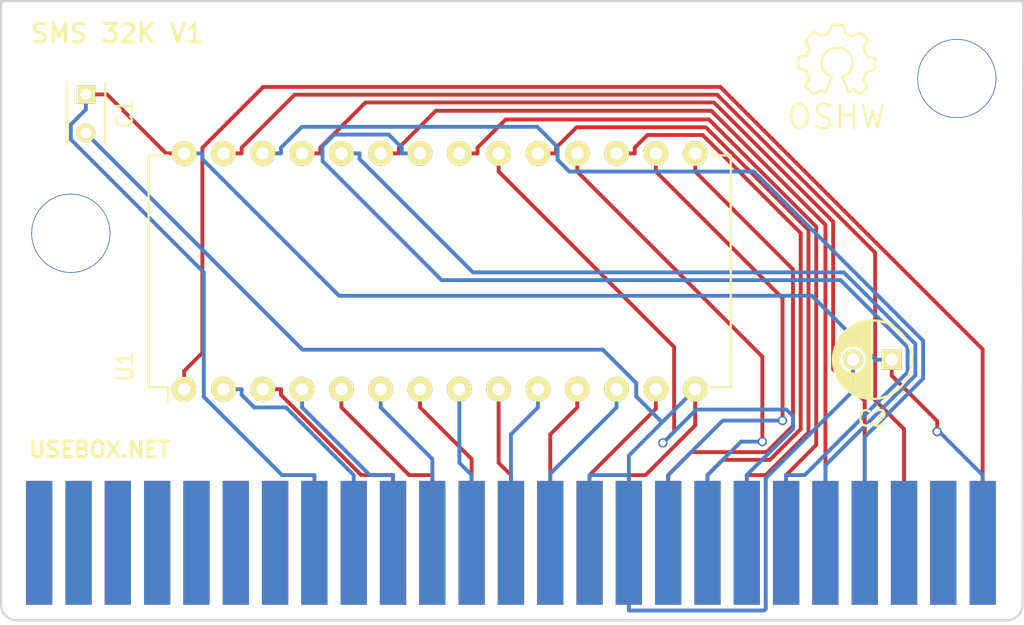
<source format=kicad_pcb>
(kicad_pcb (version 20171130) (host pcbnew "(5.1.12)-1")

  (general
    (thickness 1.6)
    (drawings 8)
    (tracks 210)
    (zones 0)
    (modules 7)
    (nets 29)
  )

  (page A4)
  (layers
    (0 F.Cu signal)
    (31 B.Cu signal)
    (32 B.Adhes user)
    (33 F.Adhes user hide)
    (34 B.Paste user)
    (35 F.Paste user)
    (36 B.SilkS user)
    (37 F.SilkS user)
    (38 B.Mask user)
    (39 F.Mask user)
    (40 Dwgs.User user)
    (41 Cmts.User user)
    (42 Eco1.User user)
    (43 Eco2.User user)
    (44 Edge.Cuts user)
    (45 Margin user)
    (46 B.CrtYd user)
    (47 F.CrtYd user)
    (48 B.Fab user)
    (49 F.Fab user)
  )

  (setup
    (last_trace_width 0.25)
    (trace_clearance 0.25)
    (zone_clearance 0.508)
    (zone_45_only yes)
    (trace_min 0.2)
    (via_size 0.6)
    (via_drill 0.4)
    (via_min_size 0.4)
    (via_min_drill 0.3)
    (uvia_size 0.3)
    (uvia_drill 0.1)
    (uvias_allowed no)
    (uvia_min_size 0.2)
    (uvia_min_drill 0.1)
    (edge_width 0.15)
    (segment_width 0.2)
    (pcb_text_width 0.3)
    (pcb_text_size 1.5 1.5)
    (mod_edge_width 0.15)
    (mod_text_size 1 1)
    (mod_text_width 0.15)
    (pad_size 1.69926 8.001)
    (pad_drill 0)
    (pad_to_mask_clearance 0.2)
    (aux_axis_origin 0 0)
    (visible_elements 7FFFFFFF)
    (pcbplotparams
      (layerselection 0x00030_80000001)
      (usegerberextensions false)
      (usegerberattributes true)
      (usegerberadvancedattributes true)
      (creategerberjobfile true)
      (excludeedgelayer true)
      (linewidth 0.100000)
      (plotframeref false)
      (viasonmask false)
      (mode 1)
      (useauxorigin false)
      (hpglpennumber 1)
      (hpglpenspeed 20)
      (hpglpendiameter 15.000000)
      (psnegative false)
      (psa4output false)
      (plotreference true)
      (plotvalue true)
      (plotinvisibletext false)
      (padsonsilk false)
      (subtractmaskfromsilk false)
      (outputformat 1)
      (mirror false)
      (drillshape 0)
      (scaleselection 1)
      (outputdirectory ""))
  )

  (net 0 "")
  (net 1 VCC)
  (net 2 GND)
  (net 3 /a14)
  (net 4 /a13)
  (net 5 /a8)
  (net 6 /a9)
  (net 7 /a11)
  (net 8 OE)
  (net 9 /a10)
  (net 10 CE)
  (net 11 /d7)
  (net 12 /d6)
  (net 13 /d5)
  (net 14 /d4)
  (net 15 /d3)
  (net 16 /d2)
  (net 17 /d1)
  (net 18 /d0)
  (net 19 /a0)
  (net 20 /a1)
  (net 21 /a2)
  (net 22 /a3)
  (net 23 /a4)
  (net 24 /a5)
  (net 25 /a6)
  (net 26 /a7)
  (net 27 /a12)
  (net 28 /a15)

  (net_class Default "This is the default net class."
    (clearance 0.25)
    (trace_width 0.25)
    (via_dia 0.6)
    (via_drill 0.4)
    (uvia_dia 0.3)
    (uvia_drill 0.1)
    (add_net /a0)
    (add_net /a1)
    (add_net /a10)
    (add_net /a11)
    (add_net /a12)
    (add_net /a13)
    (add_net /a14)
    (add_net /a15)
    (add_net /a2)
    (add_net /a3)
    (add_net /a4)
    (add_net /a5)
    (add_net /a6)
    (add_net /a7)
    (add_net /a8)
    (add_net /a9)
    (add_net /d0)
    (add_net /d1)
    (add_net /d2)
    (add_net /d3)
    (add_net /d4)
    (add_net /d5)
    (add_net /d6)
    (add_net /d7)
    (add_net CE)
    (add_net GND)
    (add_net OE)
    (add_net VCC)
  )

  (module Connect:1pin (layer F.Cu) (tedit 578BA29C) (tstamp 57906BAA)
    (at 173.75 72)
    (descr "module 1 pin (ou trou mecanique de percage)")
    (tags DEV)
    (fp_text reference SCREW1 (at 0 -3.048) (layer F.SilkS) hide
      (effects (font (size 1 1) (thickness 0.15)))
    )
    (fp_text value 1pin (at 0 2.794) (layer F.Fab)
      (effects (font (size 1 1) (thickness 0.15)))
    )
    (fp_circle (center 0 0) (end 0 -2.286) (layer F.SilkS) (width 0.15))
    (pad "" np_thru_hole circle (at 0 0) (size 5.1 5.1) (drill 5) (layers *.Cu))
  )

  (module Capacitors_ThroughHole:C_Rect_L4_W2.5_P2.5 (layer F.Cu) (tedit 578BCC00) (tstamp 578B68CE)
    (at 117.475 73.025 270)
    (descr "Film Capacitor Length 4mm x Width 2.5mm, Pitch 2.5mm")
    (tags Capacitor)
    (path /574C0DC2)
    (fp_text reference C1 (at 1.25 -2.5 270) (layer F.SilkS)
      (effects (font (size 1 1) (thickness 0.15)))
    )
    (fp_text value 100nF (at 1.25 2.5 270) (layer F.Fab)
      (effects (font (size 1 1) (thickness 0.15)))
    )
    (fp_line (start -0.75 1.25) (end 3.25 1.25) (layer F.SilkS) (width 0.15))
    (fp_line (start -0.75 -1.25) (end 3.25 -1.25) (layer F.SilkS) (width 0.15))
    (fp_line (start -1 1.5) (end -1 -1.5) (layer F.CrtYd) (width 0.05))
    (fp_line (start 3.5 1.5) (end -1 1.5) (layer F.CrtYd) (width 0.05))
    (fp_line (start 3.5 -1.5) (end 3.5 1.5) (layer F.CrtYd) (width 0.05))
    (fp_line (start -1 -1.5) (end 3.5 -1.5) (layer F.CrtYd) (width 0.05))
    (pad 1 thru_hole rect (at 0 0 270) (size 1.2 1.2) (drill 0.7) (layers *.Cu *.Mask F.SilkS)
      (net 1 VCC))
    (pad 2 thru_hole circle (at 2.5 0 270) (size 1.2 1.2) (drill 0.7) (layers *.Cu *.Mask F.SilkS)
      (net 2 GND))
  )

  (module Capacitors_ThroughHole:C_Radial_D5_L6_P2.5 (layer F.Cu) (tedit 0) (tstamp 578B68D4)
    (at 169.545 90.17 180)
    (descr "Radial Electrolytic Capacitor Diameter 5mm x Length 6mm, Pitch 2.5mm")
    (tags "Electrolytic Capacitor")
    (path /574C1047)
    (fp_text reference C2 (at 1.25 -3.8 180) (layer F.SilkS)
      (effects (font (size 1 1) (thickness 0.15)))
    )
    (fp_text value 4.7uF (at 1.25 3.8 180) (layer F.Fab)
      (effects (font (size 1 1) (thickness 0.15)))
    )
    (fp_circle (center 1.25 0) (end 1.25 -2.8) (layer F.CrtYd) (width 0.05))
    (fp_circle (center 1.25 0) (end 1.25 -2.5375) (layer F.SilkS) (width 0.15))
    (fp_circle (center 2.5 0) (end 2.5 -0.9) (layer F.SilkS) (width 0.15))
    (fp_line (start 3.705 -0.472) (end 3.705 0.472) (layer F.SilkS) (width 0.15))
    (fp_line (start 3.565 -0.944) (end 3.565 0.944) (layer F.SilkS) (width 0.15))
    (fp_line (start 3.425 -1.233) (end 3.425 1.233) (layer F.SilkS) (width 0.15))
    (fp_line (start 3.285 0.44) (end 3.285 1.452) (layer F.SilkS) (width 0.15))
    (fp_line (start 3.285 -1.452) (end 3.285 -0.44) (layer F.SilkS) (width 0.15))
    (fp_line (start 3.145 0.628) (end 3.145 1.631) (layer F.SilkS) (width 0.15))
    (fp_line (start 3.145 -1.631) (end 3.145 -0.628) (layer F.SilkS) (width 0.15))
    (fp_line (start 3.005 0.745) (end 3.005 1.78) (layer F.SilkS) (width 0.15))
    (fp_line (start 3.005 -1.78) (end 3.005 -0.745) (layer F.SilkS) (width 0.15))
    (fp_line (start 2.865 0.823) (end 2.865 1.908) (layer F.SilkS) (width 0.15))
    (fp_line (start 2.865 -1.908) (end 2.865 -0.823) (layer F.SilkS) (width 0.15))
    (fp_line (start 2.725 0.871) (end 2.725 2.019) (layer F.SilkS) (width 0.15))
    (fp_line (start 2.725 -2.019) (end 2.725 -0.871) (layer F.SilkS) (width 0.15))
    (fp_line (start 2.585 0.896) (end 2.585 2.114) (layer F.SilkS) (width 0.15))
    (fp_line (start 2.585 -2.114) (end 2.585 -0.896) (layer F.SilkS) (width 0.15))
    (fp_line (start 2.445 0.898) (end 2.445 2.196) (layer F.SilkS) (width 0.15))
    (fp_line (start 2.445 -2.196) (end 2.445 -0.898) (layer F.SilkS) (width 0.15))
    (fp_line (start 2.305 0.879) (end 2.305 2.266) (layer F.SilkS) (width 0.15))
    (fp_line (start 2.305 -2.266) (end 2.305 -0.879) (layer F.SilkS) (width 0.15))
    (fp_line (start 2.165 0.835) (end 2.165 2.327) (layer F.SilkS) (width 0.15))
    (fp_line (start 2.165 -2.327) (end 2.165 -0.835) (layer F.SilkS) (width 0.15))
    (fp_line (start 2.025 0.764) (end 2.025 2.377) (layer F.SilkS) (width 0.15))
    (fp_line (start 2.025 -2.377) (end 2.025 -0.764) (layer F.SilkS) (width 0.15))
    (fp_line (start 1.885 0.657) (end 1.885 2.418) (layer F.SilkS) (width 0.15))
    (fp_line (start 1.885 -2.418) (end 1.885 -0.657) (layer F.SilkS) (width 0.15))
    (fp_line (start 1.745 0.49) (end 1.745 2.451) (layer F.SilkS) (width 0.15))
    (fp_line (start 1.745 -2.451) (end 1.745 -0.49) (layer F.SilkS) (width 0.15))
    (fp_line (start 1.605 0.095) (end 1.605 2.475) (layer F.SilkS) (width 0.15))
    (fp_line (start 1.605 -2.475) (end 1.605 -0.095) (layer F.SilkS) (width 0.15))
    (fp_line (start 1.465 -2.491) (end 1.465 2.491) (layer F.SilkS) (width 0.15))
    (fp_line (start 1.325 -2.499) (end 1.325 2.499) (layer F.SilkS) (width 0.15))
    (pad 1 thru_hole rect (at 0 0 180) (size 1.3 1.3) (drill 0.8) (layers *.Cu *.Mask F.SilkS)
      (net 1 VCC))
    (pad 2 thru_hole circle (at 2.5 0 180) (size 1.3 1.3) (drill 0.8) (layers *.Cu *.Mask F.SilkS)
      (net 2 GND))
    (model Capacitors_ThroughHole.3dshapes/C_Radial_D5_L6_P2.5.wrl
      (offset (xyz 1.250000021226883 0 0))
      (scale (xyz 1 1 1))
      (rotate (xyz 0 0 90))
    )
  )

  (module edge_connector_25x2:CONN1 (layer F.Cu) (tedit 578BE13A) (tstamp 578B690A)
    (at 144.94 107.08)
    (path /57195A54)
    (fp_text reference P1 (at 0 2.54) (layer F.SilkS) hide
      (effects (font (size 1.524 1.524) (thickness 0.3048)))
    )
    (fp_text value CONN_SMS (at 0 5.08) (layer F.SilkS) hide
      (effects (font (size 1.524 1.524) (thickness 0.3048)))
    )
    (fp_text user 50 (at -30.48 -11.43) (layer F.SilkS) hide
      (effects (font (size 1.2 1.2) (thickness 0.2)))
    )
    (fp_text user 1 (at 30.48 -11.43) (layer F.SilkS) hide
      (effects (font (size 1.2 1.2) (thickness 0.2)))
    )
    (pad 1 connect rect (at 30.48 -5.08) (size 1.69926 8.001) (layers B.Cu B.Mask)
      (net 1 VCC))
    (pad 2 connect rect (at 30.48 -5.08) (size 1.69926 8.001) (layers F.Cu F.Mask)
      (net 28 /a15))
    (pad 3 connect rect (at 27.94 -5.08) (size 1.69926 8.001) (layers B.Cu B.Mask))
    (pad 4 connect rect (at 27.94 -5.08) (size 1.69926 8.001) (layers F.Cu F.Mask))
    (pad 5 connect rect (at 25.4 -5.08) (size 1.69926 8.001) (layers B.Cu B.Mask))
    (pad 6 connect rect (at 25.4 -5.08) (size 1.69926 8.001) (layers F.Cu F.Mask)
      (net 3 /a14))
    (pad 7 connect rect (at 22.86 -5.08) (size 1.69926 8.001) (layers B.Cu B.Mask)
      (net 4 /a13))
    (pad 8 connect rect (at 22.86 -5.08) (size 1.69926 8.001) (layers F.Cu F.Mask)
      (net 5 /a8))
    (pad 9 connect rect (at 20.32 -5.08) (size 1.69926 8.001) (layers B.Cu B.Mask)
      (net 6 /a9))
    (pad 10 connect rect (at 20.32 -5.08) (size 1.69926 8.001) (layers F.Cu F.Mask)
      (net 7 /a11))
    (pad 11 connect rect (at 17.78 -5.08) (size 1.69926 8.001) (layers B.Cu B.Mask)
      (net 8 OE))
    (pad 12 connect rect (at 17.78 -5.08) (size 1.69926 8.001) (layers F.Cu F.Mask)
      (net 9 /a10))
    (pad 13 connect rect (at 15.24 -5.08) (size 1.69926 8.001) (layers B.Cu B.Mask)
      (net 10 CE))
    (pad 14 connect rect (at 15.24 -5.08) (size 1.69926 8.001) (layers F.Cu F.Mask)
      (net 11 /d7))
    (pad 15 connect rect (at 12.7 -5.08) (size 1.69926 8.001) (layers B.Cu B.Mask)
      (net 12 /d6))
    (pad 16 connect rect (at 12.7 -5.08) (size 1.69926 8.001) (layers F.Cu F.Mask)
      (net 13 /d5))
    (pad 17 connect rect (at 10.16 -5.08) (size 1.69926 8.001) (layers B.Cu B.Mask)
      (net 14 /d4))
    (pad 18 connect rect (at 10.16 -5.08) (size 1.69926 8.001) (layers F.Cu F.Mask)
      (net 15 /d3))
    (pad 19 connect rect (at 7.62 -5.08) (size 1.69926 8.001) (layers B.Cu B.Mask)
      (net 2 GND))
    (pad 20 connect rect (at 7.62 -5.08) (size 1.69926 8.001) (layers F.Cu F.Mask)
      (net 2 GND))
    (pad 21 connect rect (at 5.08 -5.08) (size 1.69926 8.001) (layers B.Cu B.Mask)
      (net 2 GND))
    (pad 22 connect rect (at 5.08 -5.08) (size 1.69926 8.001) (layers F.Cu F.Mask)
      (net 16 /d2))
    (pad 23 connect rect (at 2.54 -5.08) (size 1.69926 8.001) (layers B.Cu B.Mask)
      (net 17 /d1))
    (pad 24 connect rect (at 2.54 -5.08) (size 1.69926 8.001) (layers F.Cu F.Mask)
      (net 18 /d0))
    (pad 25 connect rect (at 0 -5.08) (size 1.69926 8.001) (layers B.Cu B.Mask)
      (net 19 /a0))
    (pad 26 connect rect (at 0 -5.08) (size 1.69926 8.001) (layers F.Cu F.Mask)
      (net 20 /a1))
    (pad 27 connect rect (at -2.54 -5.08) (size 1.69926 8.001) (layers B.Cu B.Mask)
      (net 21 /a2))
    (pad 28 connect rect (at -2.54 -5.08) (size 1.69926 8.001) (layers F.Cu F.Mask)
      (net 22 /a3))
    (pad 29 connect rect (at -5.08 -5.08) (size 1.69926 8.001) (layers B.Cu B.Mask)
      (net 23 /a4))
    (pad 30 connect rect (at -5.08 -5.08) (size 1.69926 8.001) (layers F.Cu F.Mask)
      (net 24 /a5))
    (pad 31 connect rect (at -7.62 -5.08) (size 1.69926 8.001) (layers B.Cu B.Mask)
      (net 25 /a6))
    (pad 32 connect rect (at -7.62 -5.08) (size 1.69926 8.001) (layers F.Cu F.Mask)
      (net 26 /a7))
    (pad 33 connect rect (at -10.16 -5.08) (size 1.69926 8.001) (layers B.Cu B.Mask)
      (net 27 /a12))
    (pad 34 connect rect (at -10.16 -5.08) (size 1.69926 8.001) (layers F.Cu F.Mask))
    (pad 35 connect rect (at -12.7 -5.08) (size 1.69926 8.001) (layers B.Cu B.Mask)
      (net 1 VCC))
    (pad 36 connect rect (at -12.7 -5.08) (size 1.69926 8.001) (layers F.Cu F.Mask))
    (pad 37 connect rect (at -15.24 -5.08) (size 1.69926 8.001) (layers B.Cu B.Mask))
    (pad 38 connect rect (at -15.24 -5.08) (size 1.69926 8.001) (layers F.Cu F.Mask))
    (pad 39 connect rect (at -17.78 -5.08) (size 1.69926 8.001) (layers B.Cu B.Mask))
    (pad 40 connect rect (at -17.78 -5.08) (size 1.69926 8.001) (layers F.Cu F.Mask))
    (pad 41 connect rect (at -20.32 -5.08) (size 1.69926 8.001) (layers B.Cu B.Mask))
    (pad 42 connect rect (at -20.32 -5.08) (size 1.69926 8.001) (layers F.Cu F.Mask))
    (pad 43 connect rect (at -22.86 -5.08) (size 1.69926 8.001) (layers B.Cu B.Mask))
    (pad 44 connect rect (at -22.86 -5.08) (size 1.69926 8.001) (layers F.Cu F.Mask))
    (pad 45 connect rect (at -25.4 -5.08) (size 1.69926 8.001) (layers B.Cu B.Mask))
    (pad 46 connect rect (at -25.4 -5.08) (size 1.69926 8.001) (layers F.Cu F.Mask))
    (pad 47 connect rect (at -27.94 -5.08) (size 1.69926 8.001) (layers B.Cu B.Mask))
    (pad 48 connect rect (at -27.94 -5.08) (size 1.69926 8.001) (layers F.Cu F.Mask))
    (pad 49 connect rect (at -30.48 -5.08) (size 1.69926 8.001) (layers B.Cu B.Mask))
    (pad 50 connect rect (at -30.48 -5.08) (size 1.69926 8.001) (layers F.Cu F.Mask))
  )

  (module Housings_DIP:DIP-28_W15.24mm (layer F.Cu) (tedit 54130A77) (tstamp 578B692A)
    (at 123.825 92.075 90)
    (descr "28-lead dip package, row spacing 15.24 mm (600 mils)")
    (tags "dil dip 2.54 600")
    (path /578B5E77)
    (fp_text reference U1 (at 1.465 -3.81 90) (layer F.SilkS)
      (effects (font (size 1 1) (thickness 0.15)))
    )
    (fp_text value 27C256 (at 7.18 16.51 180) (layer F.Fab)
      (effects (font (size 1 1) (thickness 0.15)))
    )
    (fp_line (start 0.135 -1.025) (end -0.8 -1.025) (layer F.SilkS) (width 0.15))
    (fp_line (start 0.135 35.315) (end 15.105 35.315) (layer F.SilkS) (width 0.15))
    (fp_line (start 0.135 -2.295) (end 15.105 -2.295) (layer F.SilkS) (width 0.15))
    (fp_line (start 0.135 35.315) (end 0.135 34.045) (layer F.SilkS) (width 0.15))
    (fp_line (start 15.105 35.315) (end 15.105 34.045) (layer F.SilkS) (width 0.15))
    (fp_line (start 15.105 -2.295) (end 15.105 -1.025) (layer F.SilkS) (width 0.15))
    (fp_line (start 0.135 -2.295) (end 0.135 -1.025) (layer F.SilkS) (width 0.15))
    (fp_line (start -1.05 35.5) (end 16.3 35.5) (layer F.CrtYd) (width 0.05))
    (fp_line (start -1.05 -2.45) (end 16.3 -2.45) (layer F.CrtYd) (width 0.05))
    (fp_line (start 16.3 -2.45) (end 16.3 35.5) (layer F.CrtYd) (width 0.05))
    (fp_line (start -1.05 -2.45) (end -1.05 35.5) (layer F.CrtYd) (width 0.05))
    (pad 1 thru_hole oval (at 0 0 90) (size 1.6 1.6) (drill 0.8) (layers *.Cu *.Mask F.SilkS)
      (net 28 /a15))
    (pad 2 thru_hole oval (at 0 2.54 90) (size 1.6 1.6) (drill 0.8) (layers *.Cu *.Mask F.SilkS)
      (net 27 /a12))
    (pad 3 thru_hole oval (at 0 5.08 90) (size 1.6 1.6) (drill 0.8) (layers *.Cu *.Mask F.SilkS)
      (net 26 /a7))
    (pad 4 thru_hole oval (at 0 7.62 90) (size 1.6 1.6) (drill 0.8) (layers *.Cu *.Mask F.SilkS)
      (net 25 /a6))
    (pad 5 thru_hole oval (at 0 10.16 90) (size 1.6 1.6) (drill 0.8) (layers *.Cu *.Mask F.SilkS)
      (net 24 /a5))
    (pad 6 thru_hole oval (at 0 12.7 90) (size 1.6 1.6) (drill 0.8) (layers *.Cu *.Mask F.SilkS)
      (net 23 /a4))
    (pad 7 thru_hole oval (at 0 15.24 90) (size 1.6 1.6) (drill 0.8) (layers *.Cu *.Mask F.SilkS)
      (net 22 /a3))
    (pad 8 thru_hole oval (at 0 17.78 90) (size 1.6 1.6) (drill 0.8) (layers *.Cu *.Mask F.SilkS)
      (net 21 /a2))
    (pad 9 thru_hole oval (at 0 20.32 90) (size 1.6 1.6) (drill 0.8) (layers *.Cu *.Mask F.SilkS)
      (net 20 /a1))
    (pad 10 thru_hole oval (at 0 22.86 90) (size 1.6 1.6) (drill 0.8) (layers *.Cu *.Mask F.SilkS)
      (net 19 /a0))
    (pad 11 thru_hole oval (at 0 25.4 90) (size 1.6 1.6) (drill 0.8) (layers *.Cu *.Mask F.SilkS)
      (net 18 /d0))
    (pad 12 thru_hole oval (at 0 27.94 90) (size 1.6 1.6) (drill 0.8) (layers *.Cu *.Mask F.SilkS)
      (net 17 /d1))
    (pad 13 thru_hole oval (at 0 30.48 90) (size 1.6 1.6) (drill 0.8) (layers *.Cu *.Mask F.SilkS)
      (net 16 /d2))
    (pad 14 thru_hole oval (at 0 33.02 90) (size 1.6 1.6) (drill 0.8) (layers *.Cu *.Mask F.SilkS)
      (net 2 GND))
    (pad 15 thru_hole oval (at 15.24 33.02 90) (size 1.6 1.6) (drill 0.8) (layers *.Cu *.Mask F.SilkS)
      (net 15 /d3))
    (pad 16 thru_hole oval (at 15.24 30.48 90) (size 1.6 1.6) (drill 0.8) (layers *.Cu *.Mask F.SilkS)
      (net 14 /d4))
    (pad 17 thru_hole oval (at 15.24 27.94 90) (size 1.6 1.6) (drill 0.8) (layers *.Cu *.Mask F.SilkS)
      (net 13 /d5))
    (pad 18 thru_hole oval (at 15.24 25.4 90) (size 1.6 1.6) (drill 0.8) (layers *.Cu *.Mask F.SilkS)
      (net 12 /d6))
    (pad 19 thru_hole oval (at 15.24 22.86 90) (size 1.6 1.6) (drill 0.8) (layers *.Cu *.Mask F.SilkS)
      (net 11 /d7))
    (pad 20 thru_hole oval (at 15.24 20.32 90) (size 1.6 1.6) (drill 0.8) (layers *.Cu *.Mask F.SilkS)
      (net 10 CE))
    (pad 21 thru_hole oval (at 15.24 17.78 90) (size 1.6 1.6) (drill 0.8) (layers *.Cu *.Mask F.SilkS)
      (net 9 /a10))
    (pad 22 thru_hole oval (at 15.24 15.24 90) (size 1.6 1.6) (drill 0.8) (layers *.Cu *.Mask F.SilkS)
      (net 8 OE))
    (pad 23 thru_hole oval (at 15.24 12.7 90) (size 1.6 1.6) (drill 0.8) (layers *.Cu *.Mask F.SilkS)
      (net 7 /a11))
    (pad 24 thru_hole oval (at 15.24 10.16 90) (size 1.6 1.6) (drill 0.8) (layers *.Cu *.Mask F.SilkS)
      (net 6 /a9))
    (pad 25 thru_hole oval (at 15.24 7.62 90) (size 1.6 1.6) (drill 0.8) (layers *.Cu *.Mask F.SilkS)
      (net 5 /a8))
    (pad 26 thru_hole oval (at 15.24 5.08 90) (size 1.6 1.6) (drill 0.8) (layers *.Cu *.Mask F.SilkS)
      (net 4 /a13))
    (pad 27 thru_hole oval (at 15.24 2.54 90) (size 1.6 1.6) (drill 0.8) (layers *.Cu *.Mask F.SilkS)
      (net 3 /a14))
    (pad 28 thru_hole oval (at 15.24 0 90) (size 1.6 1.6) (drill 0.8) (layers *.Cu *.Mask F.SilkS)
      (net 1 VCC))
    (model Housings_DIP.3dshapes/DIP-28_W15.24mm.wrl
      (at (xyz 0 0 0))
      (scale (xyz 1 1 1))
      (rotate (xyz 0 0 0))
    )
  )

  (module Connect:1pin (layer F.Cu) (tedit 578BA27C) (tstamp 57906B5B)
    (at 116.5 82)
    (descr "module 1 pin (ou trou mecanique de percage)")
    (tags DEV)
    (fp_text reference SCREW2 (at 0 -3.048) (layer F.SilkS) hide
      (effects (font (size 1 1) (thickness 0.15)))
    )
    (fp_text value 1pin (at 0 2.794) (layer F.Fab)
      (effects (font (size 1 1) (thickness 0.15)))
    )
    (fp_circle (center 0 0) (end 0 -2.286) (layer F.SilkS) (width 0.15))
    (pad "" np_thru_hole circle (at 0 0) (size 5.1 5.1) (drill 5) (layers *.Cu))
  )

  (module Symbols:Symbol_OSHW-Logo_SilkScreen (layer F.Cu) (tedit 578BA8D1) (tstamp 578EEE9E)
    (at 166 71)
    (descr "Symbol, OSHW-Logo, Silk Screen,")
    (tags "Symbol, OSHW-Logo, Silk Screen,")
    (fp_text reference OSHW1 (at 0.09906 -4.38912) (layer F.SilkS) hide
      (effects (font (size 1 1) (thickness 0.15)))
    )
    (fp_text value Symbol_OSHW-Logo_SilkScreen (at 0.30988 6.56082) (layer F.Fab) hide
      (effects (font (size 1 1) (thickness 0.15)))
    )
    (fp_line (start 0.35052 0.89916) (end 0.7493 1.89992) (layer F.SilkS) (width 0.15))
    (fp_line (start -0.35052 0.89916) (end -0.70104 1.89992) (layer F.SilkS) (width 0.15))
    (fp_line (start -0.70104 0.70104) (end -0.35052 0.89916) (layer F.SilkS) (width 0.15))
    (fp_line (start -0.94996 0.39878) (end -0.70104 0.70104) (layer F.SilkS) (width 0.15))
    (fp_line (start -1.00076 -0.09906) (end -0.94996 0.39878) (layer F.SilkS) (width 0.15))
    (fp_line (start -0.8509 -0.55118) (end -1.00076 -0.09906) (layer F.SilkS) (width 0.15))
    (fp_line (start -0.44958 -0.89916) (end -0.8509 -0.55118) (layer F.SilkS) (width 0.15))
    (fp_line (start -0.0508 -1.00076) (end -0.44958 -0.89916) (layer F.SilkS) (width 0.15))
    (fp_line (start 0.39878 -0.94996) (end -0.0508 -1.00076) (layer F.SilkS) (width 0.15))
    (fp_line (start 0.8509 -0.59944) (end 0.39878 -0.94996) (layer F.SilkS) (width 0.15))
    (fp_line (start 1.00076 -0.24892) (end 0.8509 -0.59944) (layer F.SilkS) (width 0.15))
    (fp_line (start 1.00076 0.14986) (end 1.00076 -0.24892) (layer F.SilkS) (width 0.15))
    (fp_line (start 0.8509 0.55118) (end 1.00076 0.14986) (layer F.SilkS) (width 0.15))
    (fp_line (start 0.65024 0.7493) (end 0.8509 0.55118) (layer F.SilkS) (width 0.15))
    (fp_line (start 0.35052 0.89916) (end 0.65024 0.7493) (layer F.SilkS) (width 0.15))
    (fp_line (start -1.9304 0.5207) (end -1.7907 0.91948) (layer F.SilkS) (width 0.15))
    (fp_line (start -2.4892 0.32004) (end -1.9304 0.5207) (layer F.SilkS) (width 0.15))
    (fp_line (start -2.47904 -0.381) (end -2.4892 0.32004) (layer F.SilkS) (width 0.15))
    (fp_line (start -1.9304 -0.48006) (end -2.47904 -0.381) (layer F.SilkS) (width 0.15))
    (fp_line (start -1.76022 -0.96012) (end -1.9304 -0.48006) (layer F.SilkS) (width 0.15))
    (fp_line (start -2.00914 -1.50114) (end -1.76022 -0.96012) (layer F.SilkS) (width 0.15))
    (fp_line (start -1.49098 -2.02946) (end -2.00914 -1.50114) (layer F.SilkS) (width 0.15))
    (fp_line (start -0.9398 -1.76022) (end -1.49098 -2.02946) (layer F.SilkS) (width 0.15))
    (fp_line (start -0.5207 -1.9304) (end -0.9398 -1.76022) (layer F.SilkS) (width 0.15))
    (fp_line (start -0.30988 -2.47904) (end -0.5207 -1.9304) (layer F.SilkS) (width 0.15))
    (fp_line (start 0.381 -2.46126) (end -0.30988 -2.47904) (layer F.SilkS) (width 0.15))
    (fp_line (start 0.55118 -1.92024) (end 0.381 -2.46126) (layer F.SilkS) (width 0.15))
    (fp_line (start 1.02108 -1.71958) (end 0.55118 -1.92024) (layer F.SilkS) (width 0.15))
    (fp_line (start 1.53924 -1.9812) (end 1.02108 -1.71958) (layer F.SilkS) (width 0.15))
    (fp_line (start 2.00914 -1.47066) (end 1.53924 -1.9812) (layer F.SilkS) (width 0.15))
    (fp_line (start 1.7399 -1.00076) (end 2.00914 -1.47066) (layer F.SilkS) (width 0.15))
    (fp_line (start 1.94056 -0.42926) (end 1.7399 -1.00076) (layer F.SilkS) (width 0.15))
    (fp_line (start 2.49936 -0.28956) (end 1.94056 -0.42926) (layer F.SilkS) (width 0.15))
    (fp_line (start 2.49936 0.39116) (end 2.49936 -0.28956) (layer F.SilkS) (width 0.15))
    (fp_line (start 1.88976 0.57912) (end 2.49936 0.39116) (layer F.SilkS) (width 0.15))
    (fp_line (start 1.69926 1.04902) (end 1.88976 0.57912) (layer F.SilkS) (width 0.15))
    (fp_line (start 1.9812 1.52908) (end 1.69926 1.04902) (layer F.SilkS) (width 0.15))
    (fp_line (start 1.50876 2.0193) (end 1.9812 1.52908) (layer F.SilkS) (width 0.15))
    (fp_line (start 1.06934 1.6891) (end 1.50876 2.0193) (layer F.SilkS) (width 0.15))
    (fp_line (start 0.73914 1.8796) (end 1.06934 1.6891) (layer F.SilkS) (width 0.15))
    (fp_line (start -0.98044 1.7399) (end -0.70104 1.89992) (layer F.SilkS) (width 0.15))
    (fp_line (start -1.50114 2.00914) (end -0.98044 1.7399) (layer F.SilkS) (width 0.15))
    (fp_line (start -2.03962 1.49098) (end -1.50114 2.00914) (layer F.SilkS) (width 0.15))
    (fp_line (start -1.78054 0.92964) (end -2.03962 1.49098) (layer F.SilkS) (width 0.15))
    (fp_line (start -2.03962 2.78892) (end -2.4003 2.65938) (layer F.SilkS) (width 0.15))
    (fp_line (start -1.9304 3.07086) (end -2.03962 2.78892) (layer F.SilkS) (width 0.15))
    (fp_line (start -1.8796 3.4798) (end -1.9304 3.07086) (layer F.SilkS) (width 0.15))
    (fp_line (start -1.95072 3.93954) (end -1.8796 3.4798) (layer F.SilkS) (width 0.15))
    (fp_line (start -2.16916 4.11988) (end -1.95072 3.93954) (layer F.SilkS) (width 0.15))
    (fp_line (start -2.47904 4.191) (end -2.16916 4.11988) (layer F.SilkS) (width 0.15))
    (fp_line (start -2.7305 4.06908) (end -2.47904 4.191) (layer F.SilkS) (width 0.15))
    (fp_line (start -2.93116 3.74904) (end -2.7305 4.06908) (layer F.SilkS) (width 0.15))
    (fp_line (start -2.9591 3.40106) (end -2.93116 3.74904) (layer F.SilkS) (width 0.15))
    (fp_line (start -2.8702 2.91084) (end -2.9591 3.40106) (layer F.SilkS) (width 0.15))
    (fp_line (start -2.6289 2.66954) (end -2.8702 2.91084) (layer F.SilkS) (width 0.15))
    (fp_line (start -2.37998 2.64922) (end -2.6289 2.66954) (layer F.SilkS) (width 0.15))
    (fp_line (start -0.9906 4.20878) (end -1.34112 4.09956) (layer F.SilkS) (width 0.15))
    (fp_line (start -0.67056 4.18084) (end -0.9906 4.20878) (layer F.SilkS) (width 0.15))
    (fp_line (start -0.43942 3.95986) (end -0.67056 4.18084) (layer F.SilkS) (width 0.15))
    (fp_line (start -0.48006 3.66014) (end -0.43942 3.95986) (layer F.SilkS) (width 0.15))
    (fp_line (start -0.6604 3.50012) (end -0.48006 3.66014) (layer F.SilkS) (width 0.15))
    (fp_line (start -1.04902 3.37058) (end -0.6604 3.50012) (layer F.SilkS) (width 0.15))
    (fp_line (start -1.29032 3.12928) (end -1.04902 3.37058) (layer F.SilkS) (width 0.15))
    (fp_line (start -1.25984 2.86004) (end -1.29032 3.12928) (layer F.SilkS) (width 0.15))
    (fp_line (start -1.02108 2.65938) (end -1.25984 2.86004) (layer F.SilkS) (width 0.15))
    (fp_line (start -0.70104 2.66954) (end -1.02108 2.65938) (layer F.SilkS) (width 0.15))
    (fp_line (start -0.35052 2.75082) (end -0.70104 2.66954) (layer F.SilkS) (width 0.15))
    (fp_line (start 0.20066 4.21894) (end 0.21082 4.20878) (layer F.SilkS) (width 0.15))
    (fp_line (start 0.20066 2.64922) (end 0.20066 4.21894) (layer F.SilkS) (width 0.15))
    (fp_line (start 1.08966 2.65938) (end 1.08966 4.20116) (layer F.SilkS) (width 0.15))
    (fp_line (start 1.04902 3.38074) (end 1.04902 3.37058) (layer F.SilkS) (width 0.15))
    (fp_line (start 1.03886 3.37058) (end 1.04902 3.38074) (layer F.SilkS) (width 0.15))
    (fp_line (start 0.24892 3.38074) (end 1.03886 3.37058) (layer F.SilkS) (width 0.15))
    (fp_line (start 2.61874 4.17068) (end 2.9591 2.72034) (layer F.SilkS) (width 0.15))
    (fp_line (start 2.30886 3.0988) (end 2.61874 4.17068) (layer F.SilkS) (width 0.15))
    (fp_line (start 2.02946 4.16052) (end 2.30886 3.0988) (layer F.SilkS) (width 0.15))
    (fp_line (start 1.66878 2.68986) (end 2.02946 4.16052) (layer F.SilkS) (width 0.15))
  )

  (gr_arc (start 177 106) (end 178 106) (angle 90) (layer Edge.Cuts) (width 0.15))
  (gr_arc (start 113 106) (end 113 107) (angle 90) (layer Edge.Cuts) (width 0.15))
  (gr_text USEBOX.NET (at 118.364 95.98) (layer F.SilkS)
    (effects (font (size 1 1) (thickness 0.2)))
  )
  (gr_text "SMS 32K V1" (at 113.792 69.088) (layer F.SilkS)
    (effects (font (size 1.2 1.2) (thickness 0.2)) (justify left))
  )
  (gr_line (start 113 107) (end 177 107) (layer Edge.Cuts) (width 0.15))
  (gr_line (start 178.04 67) (end 178 106) (angle 90) (layer Edge.Cuts) (width 0.15))
  (gr_line (start 112 67) (end 178.04 67) (angle 90) (layer Edge.Cuts) (width 0.15))
  (gr_line (start 112 106) (end 112 67) (angle 90) (layer Edge.Cuts) (width 0.15))

  (segment (start 169.545 90.17) (end 169.545 91.1953) (width 0.25) (layer F.Cu) (net 1))
  (segment (start 169.545 91.1953) (end 172.479 94.1297) (width 0.25) (layer F.Cu) (net 1))
  (segment (start 172.479 94.1297) (end 172.479 94.8159) (width 0.25) (layer F.Cu) (net 1))
  (segment (start 175.42 102) (end 175.42 97.6242) (width 0.25) (layer B.Cu) (net 1))
  (segment (start 175.42 97.6242) (end 172.612 94.8159) (width 0.25) (layer B.Cu) (net 1))
  (segment (start 172.612 94.8159) (end 172.479 94.8159) (width 0.25) (layer B.Cu) (net 1))
  (segment (start 123.825 76.835) (end 125 76.835) (width 0.25) (layer B.Cu) (net 1))
  (segment (start 125 76.835) (end 125 77.2023) (width 0.25) (layer B.Cu) (net 1))
  (segment (start 125 77.2023) (end 133.834 86.036) (width 0.25) (layer B.Cu) (net 1))
  (segment (start 133.834 86.036) (end 164.386 86.036) (width 0.25) (layer B.Cu) (net 1))
  (segment (start 164.386 86.036) (end 168.52 90.17) (width 0.25) (layer B.Cu) (net 1))
  (segment (start 168.52 90.17) (end 169.545 90.17) (width 0.25) (layer B.Cu) (net 1))
  (segment (start 117.475 73.025) (end 117.475 74.0003) (width 0.25) (layer B.Cu) (net 1))
  (segment (start 117.475 74.0003) (end 116.5 74.9756) (width 0.25) (layer B.Cu) (net 1))
  (segment (start 116.5 74.9756) (end 116.5 75.9292) (width 0.25) (layer B.Cu) (net 1))
  (segment (start 116.5 75.9292) (end 125.095 84.5245) (width 0.25) (layer B.Cu) (net 1))
  (segment (start 125.095 84.5245) (end 125.095 92.5697) (width 0.25) (layer B.Cu) (net 1))
  (segment (start 125.095 92.5697) (end 130.15 97.6242) (width 0.25) (layer B.Cu) (net 1))
  (segment (start 130.15 97.6242) (end 132.24 97.6242) (width 0.25) (layer B.Cu) (net 1))
  (segment (start 132.24 97.6242) (end 132.24 102) (width 0.25) (layer B.Cu) (net 1))
  (segment (start 123.825 76.835) (end 122.65 76.835) (width 0.25) (layer F.Cu) (net 1))
  (segment (start 122.65 76.835) (end 118.84 73.025) (width 0.25) (layer F.Cu) (net 1))
  (segment (start 118.84 73.025) (end 117.475 73.025) (width 0.25) (layer F.Cu) (net 1))
  (via (at 172.479 94.8159) (size 0.6) (layers F.Cu B.Cu) (net 1))
  (segment (start 154.706 94.214) (end 152.56 96.36) (width 0.25) (layer B.Cu) (net 2))
  (segment (start 152.56 96.36) (end 152.56 97.6244) (width 0.25) (layer B.Cu) (net 2))
  (segment (start 156.845 92.075) (end 154.706 94.214) (width 0.25) (layer B.Cu) (net 2))
  (segment (start 154.706 94.214) (end 153.035 92.543) (width 0.25) (layer B.Cu) (net 2))
  (segment (start 153.035 92.543) (end 153.035 91.6763) (width 0.25) (layer B.Cu) (net 2))
  (segment (start 153.035 91.6763) (end 150.8792 89.5205) (width 0.25) (layer B.Cu) (net 2))
  (segment (start 150.8792 89.5205) (end 131.4705 89.5205) (width 0.25) (layer B.Cu) (net 2))
  (segment (start 131.4705 89.5205) (end 117.475 75.525) (width 0.25) (layer B.Cu) (net 2))
  (segment (start 152.56 102) (end 152.56 106.3756) (width 0.25) (layer B.Cu) (net 2))
  (segment (start 152.56 106.3756) (end 161.2902 106.3756) (width 0.25) (layer B.Cu) (net 2))
  (segment (start 161.2902 106.3756) (end 161.4048 106.261) (width 0.25) (layer B.Cu) (net 2))
  (segment (start 161.4048 106.261) (end 161.4048 97.8234) (width 0.25) (layer B.Cu) (net 2))
  (segment (start 161.4048 97.8234) (end 167.045 92.1832) (width 0.25) (layer B.Cu) (net 2))
  (segment (start 167.045 92.1832) (end 167.045 90.17) (width 0.25) (layer B.Cu) (net 2))
  (segment (start 152.56 99.8122) (end 152.56 102) (width 0.25) (layer B.Cu) (net 2))
  (segment (start 152.56 99.8122) (end 152.56 97.6244) (width 0.25) (layer B.Cu) (net 2))
  (segment (start 152.56 102) (end 152.56 97.6244) (width 0.25) (layer F.Cu) (net 2))
  (segment (start 152.56 97.6244) (end 153.6364 97.6244) (width 0.25) (layer F.Cu) (net 2))
  (segment (start 153.6364 97.6244) (end 156.845 94.4158) (width 0.25) (layer F.Cu) (net 2))
  (segment (start 156.845 94.4158) (end 156.845 92.075) (width 0.25) (layer F.Cu) (net 2))
  (segment (start 150.02 102) (end 150.02 97.6244) (width 0.25) (layer B.Cu) (net 2))
  (segment (start 150.02 97.6244) (end 152.56 97.6244) (width 0.25) (layer B.Cu) (net 2))
  (segment (start 170.34 102) (end 170.34 94.6533) (width 0.25) (layer F.Cu) (net 3))
  (segment (start 170.34 94.6533) (end 168.472 92.7853) (width 0.25) (layer F.Cu) (net 3))
  (segment (start 168.472 92.7853) (end 168.472 83.2527) (width 0.25) (layer F.Cu) (net 3))
  (segment (start 168.472 83.2527) (end 158.264 73.0448) (width 0.25) (layer F.Cu) (net 3))
  (segment (start 158.264 73.0448) (end 130.963 73.0448) (width 0.25) (layer F.Cu) (net 3))
  (segment (start 130.963 73.0448) (end 127.54 76.4677) (width 0.25) (layer F.Cu) (net 3))
  (segment (start 127.54 76.4677) (end 127.54 76.835) (width 0.25) (layer F.Cu) (net 3))
  (segment (start 127.54 76.835) (end 126.365 76.835) (width 0.25) (layer F.Cu) (net 3))
  (segment (start 167.8 102) (end 167.8 95.1609) (width 0.25) (layer B.Cu) (net 4))
  (segment (start 167.8 95.1609) (end 171.574 91.3867) (width 0.25) (layer B.Cu) (net 4))
  (segment (start 171.574 91.3867) (end 171.574 88.9422) (width 0.25) (layer B.Cu) (net 4))
  (segment (start 171.574 88.9422) (end 160.642 78.0103) (width 0.25) (layer B.Cu) (net 4))
  (segment (start 160.642 78.0103) (end 148.719 78.0103) (width 0.25) (layer B.Cu) (net 4))
  (segment (start 148.719 78.0103) (end 147.955 77.2465) (width 0.25) (layer B.Cu) (net 4))
  (segment (start 147.955 77.2465) (end 147.955 76.4344) (width 0.25) (layer B.Cu) (net 4))
  (segment (start 147.955 76.4344) (end 146.641 75.1201) (width 0.25) (layer B.Cu) (net 4))
  (segment (start 146.641 75.1201) (end 131.428 75.1201) (width 0.25) (layer B.Cu) (net 4))
  (segment (start 131.428 75.1201) (end 130.08 76.4677) (width 0.25) (layer B.Cu) (net 4))
  (segment (start 130.08 76.4677) (end 130.08 76.835) (width 0.25) (layer B.Cu) (net 4))
  (segment (start 130.08 76.835) (end 128.905 76.835) (width 0.25) (layer B.Cu) (net 4))
  (segment (start 131.445 76.835) (end 132.62 76.835) (width 0.25) (layer F.Cu) (net 5))
  (segment (start 132.62 76.835) (end 132.62 76.4677) (width 0.25) (layer F.Cu) (net 5))
  (segment (start 132.62 76.4677) (end 135.543 73.5452) (width 0.25) (layer F.Cu) (net 5))
  (segment (start 135.543 73.5452) (end 158.057 73.5452) (width 0.25) (layer F.Cu) (net 5))
  (segment (start 158.057 73.5452) (end 165.76 81.2488) (width 0.25) (layer F.Cu) (net 5))
  (segment (start 165.76 81.2488) (end 165.76 90.7814) (width 0.25) (layer F.Cu) (net 5))
  (segment (start 165.76 90.7814) (end 167.8 92.821) (width 0.25) (layer F.Cu) (net 5))
  (segment (start 167.8 92.821) (end 167.8 102) (width 0.25) (layer F.Cu) (net 5))
  (segment (start 165.26 102) (end 165.26 96.9933) (width 0.25) (layer B.Cu) (net 6))
  (segment (start 165.26 96.9933) (end 171.071 91.1827) (width 0.25) (layer B.Cu) (net 6))
  (segment (start 171.071 91.1827) (end 171.071 89.1462) (width 0.25) (layer B.Cu) (net 6))
  (segment (start 171.071 89.1462) (end 166.45 84.5254) (width 0.25) (layer B.Cu) (net 6))
  (segment (start 166.45 84.5254) (end 142.483 84.5254) (width 0.25) (layer B.Cu) (net 6))
  (segment (start 142.483 84.5254) (end 135.16 77.2023) (width 0.25) (layer B.Cu) (net 6))
  (segment (start 135.16 77.2023) (end 135.16 76.835) (width 0.25) (layer B.Cu) (net 6))
  (segment (start 135.16 76.835) (end 133.985 76.835) (width 0.25) (layer B.Cu) (net 6))
  (segment (start 165.26 102) (end 165.26 81.4575) (width 0.25) (layer F.Cu) (net 7))
  (segment (start 165.26 81.4575) (end 157.885 74.0821) (width 0.25) (layer F.Cu) (net 7))
  (segment (start 157.885 74.0821) (end 140.086 74.0821) (width 0.25) (layer F.Cu) (net 7))
  (segment (start 140.086 74.0821) (end 137.7 76.4677) (width 0.25) (layer F.Cu) (net 7))
  (segment (start 137.7 76.4677) (end 137.7 76.835) (width 0.25) (layer F.Cu) (net 7))
  (segment (start 137.7 76.835) (end 136.525 76.835) (width 0.25) (layer F.Cu) (net 7))
  (segment (start 162.72 102) (end 162.72 97.6242) (width 0.25) (layer B.Cu) (net 8))
  (segment (start 162.72 97.6242) (end 163.922 97.6242) (width 0.25) (layer B.Cu) (net 8))
  (segment (start 163.922 97.6242) (end 170.57 90.9754) (width 0.25) (layer B.Cu) (net 8))
  (segment (start 170.57 90.9754) (end 170.57 89.3599) (width 0.25) (layer B.Cu) (net 8))
  (segment (start 170.57 89.3599) (end 166.236 85.0258) (width 0.25) (layer B.Cu) (net 8))
  (segment (start 166.236 85.0258) (end 140.462 85.0258) (width 0.25) (layer B.Cu) (net 8))
  (segment (start 140.462 85.0258) (end 132.766 77.33) (width 0.25) (layer B.Cu) (net 8))
  (segment (start 132.766 77.33) (end 132.766 76.3788) (width 0.25) (layer B.Cu) (net 8))
  (segment (start 132.766 76.3788) (end 133.525 75.6204) (width 0.25) (layer B.Cu) (net 8))
  (segment (start 133.525 75.6204) (end 137.042 75.6204) (width 0.25) (layer B.Cu) (net 8))
  (segment (start 137.042 75.6204) (end 137.89 76.4677) (width 0.25) (layer B.Cu) (net 8))
  (segment (start 137.89 76.4677) (end 137.89 76.835) (width 0.25) (layer B.Cu) (net 8))
  (segment (start 137.89 76.835) (end 139.065 76.835) (width 0.25) (layer B.Cu) (net 8))
  (segment (start 162.72 102) (end 162.72 97.6242) (width 0.25) (layer F.Cu) (net 9))
  (segment (start 162.72 97.6242) (end 164.665 95.6789) (width 0.25) (layer F.Cu) (net 9))
  (segment (start 164.665 95.6789) (end 164.665 81.574) (width 0.25) (layer F.Cu) (net 9))
  (segment (start 164.665 81.574) (end 157.738 74.6471) (width 0.25) (layer F.Cu) (net 9))
  (segment (start 157.738 74.6471) (end 144.601 74.6471) (width 0.25) (layer F.Cu) (net 9))
  (segment (start 144.601 74.6471) (end 142.78 76.4677) (width 0.25) (layer F.Cu) (net 9))
  (segment (start 142.78 76.4677) (end 142.78 76.835) (width 0.25) (layer F.Cu) (net 9))
  (segment (start 142.78 76.835) (end 141.605 76.835) (width 0.25) (layer F.Cu) (net 9))
  (segment (start 144.145 76.835) (end 144.145 78.0103) (width 0.25) (layer F.Cu) (net 10))
  (segment (start 144.145 78.0103) (end 155.484 89.3493) (width 0.25) (layer F.Cu) (net 10))
  (segment (start 155.484 89.3493) (end 155.484 94.8192) (width 0.25) (layer F.Cu) (net 10))
  (segment (start 155.484 94.8192) (end 154.759 95.5439) (width 0.25) (layer F.Cu) (net 10))
  (segment (start 160.18 102) (end 160.18 97.6242) (width 0.25) (layer B.Cu) (net 10))
  (segment (start 160.18 97.6242) (end 163.164 94.6398) (width 0.25) (layer B.Cu) (net 10))
  (segment (start 163.164 94.6398) (end 163.164 93.8208) (width 0.25) (layer B.Cu) (net 10))
  (segment (start 163.164 93.8208) (end 162.734 93.3904) (width 0.25) (layer B.Cu) (net 10))
  (segment (start 162.734 93.3904) (end 156.913 93.3904) (width 0.25) (layer B.Cu) (net 10))
  (segment (start 156.913 93.3904) (end 154.759 95.5439) (width 0.25) (layer B.Cu) (net 10))
  (via (at 154.759 95.5439) (size 0.6) (layers F.Cu B.Cu) (net 10))
  (segment (start 160.18 102) (end 160.18 97.6242) (width 0.25) (layer F.Cu) (net 11))
  (segment (start 160.18 97.6242) (end 161.412 97.6242) (width 0.25) (layer F.Cu) (net 11))
  (segment (start 161.412 97.6242) (end 164.165 94.8717) (width 0.25) (layer F.Cu) (net 11))
  (segment (start 164.165 94.8717) (end 164.165 81.7814) (width 0.25) (layer F.Cu) (net 11))
  (segment (start 164.165 81.7814) (end 157.532 75.1484) (width 0.25) (layer F.Cu) (net 11))
  (segment (start 157.532 75.1484) (end 149.18 75.1484) (width 0.25) (layer F.Cu) (net 11))
  (segment (start 149.18 75.1484) (end 147.86 76.4677) (width 0.25) (layer F.Cu) (net 11))
  (segment (start 147.86 76.4677) (end 147.86 76.835) (width 0.25) (layer F.Cu) (net 11))
  (segment (start 147.86 76.835) (end 146.685 76.835) (width 0.25) (layer F.Cu) (net 11))
  (segment (start 149.225 76.835) (end 149.225 78.0103) (width 0.25) (layer F.Cu) (net 12))
  (segment (start 149.225 78.0103) (end 161.184 89.9694) (width 0.25) (layer F.Cu) (net 12))
  (segment (start 161.184 89.9694) (end 161.184 95.4641) (width 0.25) (layer F.Cu) (net 12))
  (segment (start 157.64 102) (end 157.64 97.6242) (width 0.25) (layer B.Cu) (net 12))
  (segment (start 157.64 97.6242) (end 159.8 95.4641) (width 0.25) (layer B.Cu) (net 12))
  (segment (start 159.8 95.4641) (end 161.184 95.4641) (width 0.25) (layer B.Cu) (net 12))
  (via (at 161.184 95.4641) (size 0.6) (layers F.Cu B.Cu) (net 12))
  (segment (start 157.64 102) (end 157.64 97.6242) (width 0.25) (layer F.Cu) (net 13))
  (segment (start 157.64 97.6242) (end 158.624 96.6397) (width 0.25) (layer F.Cu) (net 13))
  (segment (start 158.624 96.6397) (end 161.673 96.6397) (width 0.25) (layer F.Cu) (net 13))
  (segment (start 161.673 96.6397) (end 163.665 94.6483) (width 0.25) (layer F.Cu) (net 13))
  (segment (start 163.665 94.6483) (end 163.665 81.9888) (width 0.25) (layer F.Cu) (net 13))
  (segment (start 163.665 81.9888) (end 157.325 75.6488) (width 0.25) (layer F.Cu) (net 13))
  (segment (start 157.325 75.6488) (end 153.759 75.6488) (width 0.25) (layer F.Cu) (net 13))
  (segment (start 153.759 75.6488) (end 152.94 76.4677) (width 0.25) (layer F.Cu) (net 13))
  (segment (start 152.94 76.4677) (end 152.94 76.835) (width 0.25) (layer F.Cu) (net 13))
  (segment (start 152.94 76.835) (end 151.765 76.835) (width 0.25) (layer F.Cu) (net 13))
  (segment (start 155.1 102) (end 155.1 97.6242) (width 0.25) (layer B.Cu) (net 14))
  (segment (start 155.1 97.6242) (end 158.624 94.1006) (width 0.25) (layer B.Cu) (net 14))
  (segment (start 158.624 94.1006) (end 162.489 94.1006) (width 0.25) (layer B.Cu) (net 14))
  (segment (start 154.305 76.835) (end 154.305 78.0103) (width 0.25) (layer F.Cu) (net 14))
  (segment (start 154.305 78.0103) (end 162.489 86.1944) (width 0.25) (layer F.Cu) (net 14))
  (segment (start 162.489 86.1944) (end 162.489 94.1006) (width 0.25) (layer F.Cu) (net 14))
  (via (at 162.489 94.1006) (size 0.6) (layers F.Cu B.Cu) (net 14))
  (segment (start 155.1 102) (end 155.1 97.6242) (width 0.25) (layer F.Cu) (net 15))
  (segment (start 155.1 97.6242) (end 156.585 96.1394) (width 0.25) (layer F.Cu) (net 15))
  (segment (start 156.585 96.1394) (end 161.464 96.1394) (width 0.25) (layer F.Cu) (net 15))
  (segment (start 161.464 96.1394) (end 163.164 94.439) (width 0.25) (layer F.Cu) (net 15))
  (segment (start 163.164 94.439) (end 163.164 84.3297) (width 0.25) (layer F.Cu) (net 15))
  (segment (start 163.164 84.3297) (end 156.845 78.0103) (width 0.25) (layer F.Cu) (net 15))
  (segment (start 156.845 78.0103) (end 156.845 76.835) (width 0.25) (layer F.Cu) (net 15))
  (segment (start 150.02 102) (end 150.02 97.6242) (width 0.25) (layer F.Cu) (net 16))
  (segment (start 150.02 97.6242) (end 154.305 93.3392) (width 0.25) (layer F.Cu) (net 16))
  (segment (start 154.305 93.3392) (end 154.305 92.075) (width 0.25) (layer F.Cu) (net 16))
  (segment (start 151.765 92.075) (end 151.765 93.2503) (width 0.25) (layer B.Cu) (net 17))
  (segment (start 151.765 93.2503) (end 147.48 97.5353) (width 0.25) (layer B.Cu) (net 17))
  (segment (start 147.48 97.5353) (end 147.48 102) (width 0.25) (layer B.Cu) (net 17))
  (segment (start 149.225 92.075) (end 149.225 93.2503) (width 0.25) (layer F.Cu) (net 18))
  (segment (start 149.225 93.2503) (end 147.48 94.9953) (width 0.25) (layer F.Cu) (net 18))
  (segment (start 147.48 94.9953) (end 147.48 102) (width 0.25) (layer F.Cu) (net 18))
  (segment (start 146.685 92.075) (end 146.685 93.2503) (width 0.25) (layer B.Cu) (net 19))
  (segment (start 146.685 93.2503) (end 144.94 94.9953) (width 0.25) (layer B.Cu) (net 19))
  (segment (start 144.94 94.9953) (end 144.94 102) (width 0.25) (layer B.Cu) (net 19))
  (segment (start 144.94 102) (end 144.94 97.6242) (width 0.25) (layer F.Cu) (net 20))
  (segment (start 144.94 97.6242) (end 144.145 96.8292) (width 0.25) (layer F.Cu) (net 20))
  (segment (start 144.145 96.8292) (end 144.145 92.075) (width 0.25) (layer F.Cu) (net 20))
  (segment (start 142.4 102) (end 142.4 97.6242) (width 0.25) (layer B.Cu) (net 21))
  (segment (start 142.4 97.6242) (end 141.605 96.8292) (width 0.25) (layer B.Cu) (net 21))
  (segment (start 141.605 96.8292) (end 141.605 92.075) (width 0.25) (layer B.Cu) (net 21))
  (segment (start 139.065 92.075) (end 139.065 93.2503) (width 0.25) (layer F.Cu) (net 22))
  (segment (start 139.065 93.2503) (end 142.4 96.5853) (width 0.25) (layer F.Cu) (net 22))
  (segment (start 142.4 96.5853) (end 142.4 102) (width 0.25) (layer F.Cu) (net 22))
  (segment (start 136.525 92.075) (end 136.525 93.2503) (width 0.25) (layer B.Cu) (net 23))
  (segment (start 136.525 93.2503) (end 139.86 96.5853) (width 0.25) (layer B.Cu) (net 23))
  (segment (start 139.86 96.5853) (end 139.86 102) (width 0.25) (layer B.Cu) (net 23))
  (segment (start 139.86 102) (end 139.86 97.6242) (width 0.25) (layer F.Cu) (net 24))
  (segment (start 139.86 97.6242) (end 138.359 97.6242) (width 0.25) (layer F.Cu) (net 24))
  (segment (start 138.359 97.6242) (end 133.985 93.2503) (width 0.25) (layer F.Cu) (net 24))
  (segment (start 133.985 93.2503) (end 133.985 92.075) (width 0.25) (layer F.Cu) (net 24))
  (segment (start 137.32 102) (end 137.32 97.6242) (width 0.25) (layer B.Cu) (net 25))
  (segment (start 137.32 97.6242) (end 135.819 97.6242) (width 0.25) (layer B.Cu) (net 25))
  (segment (start 135.819 97.6242) (end 131.445 93.2503) (width 0.25) (layer B.Cu) (net 25))
  (segment (start 131.445 93.2503) (end 131.445 92.075) (width 0.25) (layer B.Cu) (net 25))
  (segment (start 137.32 102) (end 137.32 97.6242) (width 0.25) (layer F.Cu) (net 26))
  (segment (start 137.32 97.6242) (end 135.262 97.6242) (width 0.25) (layer F.Cu) (net 26))
  (segment (start 135.262 97.6242) (end 130.08 92.4424) (width 0.25) (layer F.Cu) (net 26))
  (segment (start 130.08 92.4424) (end 130.08 92.075) (width 0.25) (layer F.Cu) (net 26))
  (segment (start 130.08 92.075) (end 128.905 92.075) (width 0.25) (layer F.Cu) (net 26))
  (segment (start 134.78 102) (end 134.78 97.6242) (width 0.25) (layer B.Cu) (net 27))
  (segment (start 134.78 97.6242) (end 130.406 93.2503) (width 0.25) (layer B.Cu) (net 27))
  (segment (start 130.406 93.2503) (end 128.348 93.2503) (width 0.25) (layer B.Cu) (net 27))
  (segment (start 128.348 93.2503) (end 127.54 92.4424) (width 0.25) (layer B.Cu) (net 27))
  (segment (start 127.54 92.4424) (end 127.54 92.075) (width 0.25) (layer B.Cu) (net 27))
  (segment (start 127.54 92.075) (end 126.365 92.075) (width 0.25) (layer B.Cu) (net 27))
  (segment (start 175.42 102) (end 175.42 89.4931) (width 0.25) (layer F.Cu) (net 28))
  (segment (start 175.42 89.4931) (end 158.471 72.5445) (width 0.25) (layer F.Cu) (net 28))
  (segment (start 158.471 72.5445) (end 128.93 72.5445) (width 0.25) (layer F.Cu) (net 28))
  (segment (start 128.93 72.5445) (end 125 76.4739) (width 0.25) (layer F.Cu) (net 28))
  (segment (start 125 76.4739) (end 125 89.7244) (width 0.25) (layer F.Cu) (net 28))
  (segment (start 125 89.7244) (end 123.825 90.8997) (width 0.25) (layer F.Cu) (net 28))
  (segment (start 123.825 90.8997) (end 123.825 92.075) (width 0.25) (layer F.Cu) (net 28))

)

</source>
